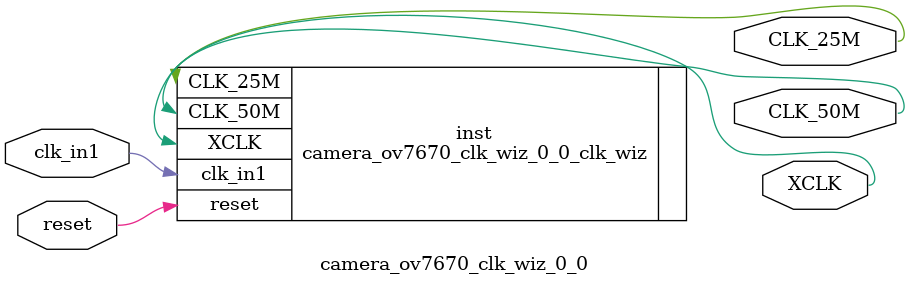
<source format=v>


`timescale 1ps/1ps

(* CORE_GENERATION_INFO = "camera_ov7670_clk_wiz_0_0,clk_wiz_v6_0_1_0_0,{component_name=camera_ov7670_clk_wiz_0_0,use_phase_alignment=true,use_min_o_jitter=false,use_max_i_jitter=false,use_dyn_phase_shift=false,use_inclk_switchover=false,use_dyn_reconfig=false,enable_axi=0,feedback_source=FDBK_AUTO,PRIMITIVE=MMCM,num_out_clk=3,clkin1_period=8.0,clkin2_period=10.0,use_power_down=false,use_reset=true,use_locked=false,use_inclk_stopped=false,feedback_type=SINGLE,CLOCK_MGR_TYPE=NA,manual_override=false}" *)

module camera_ov7670_clk_wiz_0_0 
 (
  // Clock out ports
  output        CLK_50M,
  output        CLK_25M,
  output        XCLK,
  // Status and control signals
  input         reset,
 // Clock in ports
  input         clk_in1
 );

  camera_ov7670_clk_wiz_0_0_clk_wiz inst
  (
  // Clock out ports  
  .CLK_50M(CLK_50M),
  .CLK_25M(CLK_25M),
  .XCLK(XCLK),
  // Status and control signals               
  .reset(reset), 
 // Clock in ports
  .clk_in1(clk_in1)
  );

endmodule

</source>
